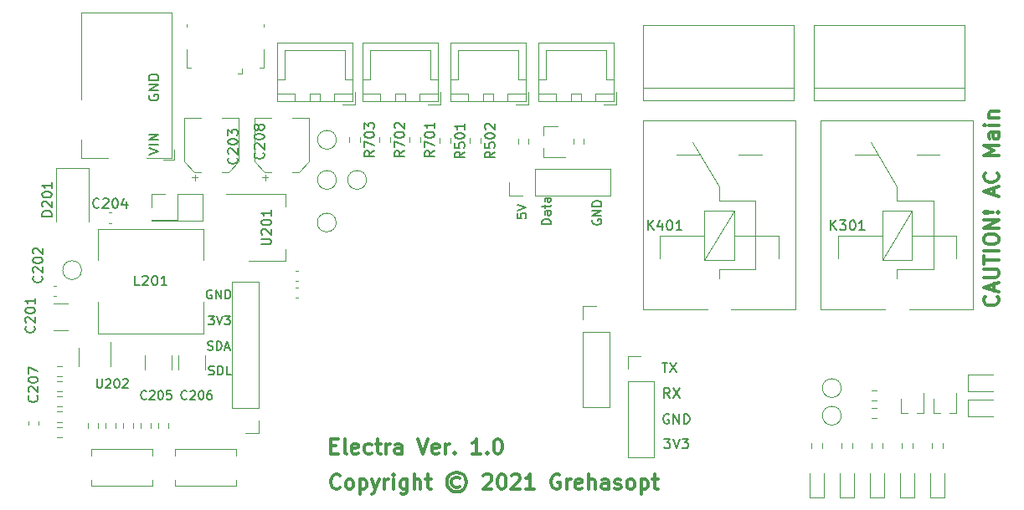
<source format=gbr>
%TF.GenerationSoftware,KiCad,Pcbnew,5.1.9-73d0e3b20d~88~ubuntu18.04.1*%
%TF.CreationDate,2021-03-24T04:21:48+02:00*%
%TF.ProjectId,Electra,456c6563-7472-4612-9e6b-696361645f70,rev?*%
%TF.SameCoordinates,Original*%
%TF.FileFunction,Legend,Top*%
%TF.FilePolarity,Positive*%
%FSLAX46Y46*%
G04 Gerber Fmt 4.6, Leading zero omitted, Abs format (unit mm)*
G04 Created by KiCad (PCBNEW 5.1.9-73d0e3b20d~88~ubuntu18.04.1) date 2021-03-24 04:21:48*
%MOMM*%
%LPD*%
G01*
G04 APERTURE LIST*
%ADD10C,0.300000*%
%ADD11C,0.150000*%
%ADD12C,0.120000*%
G04 APERTURE END LIST*
D10*
X196035714Y-98158571D02*
X196107142Y-98230000D01*
X196178571Y-98444285D01*
X196178571Y-98587142D01*
X196107142Y-98801428D01*
X195964285Y-98944285D01*
X195821428Y-99015714D01*
X195535714Y-99087142D01*
X195321428Y-99087142D01*
X195035714Y-99015714D01*
X194892857Y-98944285D01*
X194750000Y-98801428D01*
X194678571Y-98587142D01*
X194678571Y-98444285D01*
X194750000Y-98230000D01*
X194821428Y-98158571D01*
X195750000Y-97587142D02*
X195750000Y-96872857D01*
X196178571Y-97730000D02*
X194678571Y-97230000D01*
X196178571Y-96730000D01*
X194678571Y-96230000D02*
X195892857Y-96230000D01*
X196035714Y-96158571D01*
X196107142Y-96087142D01*
X196178571Y-95944285D01*
X196178571Y-95658571D01*
X196107142Y-95515714D01*
X196035714Y-95444285D01*
X195892857Y-95372857D01*
X194678571Y-95372857D01*
X194678571Y-94872857D02*
X194678571Y-94015714D01*
X196178571Y-94444285D02*
X194678571Y-94444285D01*
X196178571Y-93515714D02*
X194678571Y-93515714D01*
X194678571Y-92515714D02*
X194678571Y-92230000D01*
X194750000Y-92087142D01*
X194892857Y-91944285D01*
X195178571Y-91872857D01*
X195678571Y-91872857D01*
X195964285Y-91944285D01*
X196107142Y-92087142D01*
X196178571Y-92230000D01*
X196178571Y-92515714D01*
X196107142Y-92658571D01*
X195964285Y-92801428D01*
X195678571Y-92872857D01*
X195178571Y-92872857D01*
X194892857Y-92801428D01*
X194750000Y-92658571D01*
X194678571Y-92515714D01*
X196178571Y-91230000D02*
X194678571Y-91230000D01*
X196178571Y-90372857D01*
X194678571Y-90372857D01*
X196035714Y-89658571D02*
X196107142Y-89587142D01*
X196178571Y-89658571D01*
X196107142Y-89730000D01*
X196035714Y-89658571D01*
X196178571Y-89658571D01*
X195607142Y-89658571D02*
X194750000Y-89730000D01*
X194678571Y-89658571D01*
X194750000Y-89587142D01*
X195607142Y-89658571D01*
X194678571Y-89658571D01*
X195750000Y-87872857D02*
X195750000Y-87158571D01*
X196178571Y-88015714D02*
X194678571Y-87515714D01*
X196178571Y-87015714D01*
X196035714Y-85658571D02*
X196107142Y-85730000D01*
X196178571Y-85944285D01*
X196178571Y-86087142D01*
X196107142Y-86301428D01*
X195964285Y-86444285D01*
X195821428Y-86515714D01*
X195535714Y-86587142D01*
X195321428Y-86587142D01*
X195035714Y-86515714D01*
X194892857Y-86444285D01*
X194750000Y-86301428D01*
X194678571Y-86087142D01*
X194678571Y-85944285D01*
X194750000Y-85730000D01*
X194821428Y-85658571D01*
X196178571Y-83872857D02*
X194678571Y-83872857D01*
X195750000Y-83372857D01*
X194678571Y-82872857D01*
X196178571Y-82872857D01*
X196178571Y-81515714D02*
X195392857Y-81515714D01*
X195250000Y-81587142D01*
X195178571Y-81730000D01*
X195178571Y-82015714D01*
X195250000Y-82158571D01*
X196107142Y-81515714D02*
X196178571Y-81658571D01*
X196178571Y-82015714D01*
X196107142Y-82158571D01*
X195964285Y-82230000D01*
X195821428Y-82230000D01*
X195678571Y-82158571D01*
X195607142Y-82015714D01*
X195607142Y-81658571D01*
X195535714Y-81515714D01*
X196178571Y-80801428D02*
X195178571Y-80801428D01*
X194678571Y-80801428D02*
X194750000Y-80872857D01*
X194821428Y-80801428D01*
X194750000Y-80730000D01*
X194678571Y-80801428D01*
X194821428Y-80801428D01*
X195178571Y-80087142D02*
X196178571Y-80087142D01*
X195321428Y-80087142D02*
X195250000Y-80015714D01*
X195178571Y-79872857D01*
X195178571Y-79658571D01*
X195250000Y-79515714D01*
X195392857Y-79444285D01*
X196178571Y-79444285D01*
D11*
X110252380Y-83795238D02*
X111252380Y-83461904D01*
X110252380Y-83128571D01*
X111252380Y-82795238D02*
X110252380Y-82795238D01*
X111252380Y-82319047D02*
X110252380Y-82319047D01*
X111252380Y-81747619D01*
X110252380Y-81747619D01*
X110300000Y-77761904D02*
X110252380Y-77857142D01*
X110252380Y-78000000D01*
X110300000Y-78142857D01*
X110395238Y-78238095D01*
X110490476Y-78285714D01*
X110680952Y-78333333D01*
X110823809Y-78333333D01*
X111014285Y-78285714D01*
X111109523Y-78238095D01*
X111204761Y-78142857D01*
X111252380Y-78000000D01*
X111252380Y-77904761D01*
X111204761Y-77761904D01*
X111157142Y-77714285D01*
X110823809Y-77714285D01*
X110823809Y-77904761D01*
X111252380Y-77285714D02*
X110252380Y-77285714D01*
X111252380Y-76714285D01*
X110252380Y-76714285D01*
X111252380Y-76238095D02*
X110252380Y-76238095D01*
X110252380Y-76000000D01*
X110300000Y-75857142D01*
X110395238Y-75761904D01*
X110490476Y-75714285D01*
X110680952Y-75666666D01*
X110823809Y-75666666D01*
X111014285Y-75714285D01*
X111109523Y-75761904D01*
X111204761Y-75857142D01*
X111252380Y-76000000D01*
X111252380Y-76238095D01*
X150907142Y-90807142D02*
X150007142Y-90807142D01*
X150007142Y-90592857D01*
X150050000Y-90464285D01*
X150135714Y-90378571D01*
X150221428Y-90335714D01*
X150392857Y-90292857D01*
X150521428Y-90292857D01*
X150692857Y-90335714D01*
X150778571Y-90378571D01*
X150864285Y-90464285D01*
X150907142Y-90592857D01*
X150907142Y-90807142D01*
X150907142Y-89521428D02*
X150435714Y-89521428D01*
X150350000Y-89564285D01*
X150307142Y-89650000D01*
X150307142Y-89821428D01*
X150350000Y-89907142D01*
X150864285Y-89521428D02*
X150907142Y-89607142D01*
X150907142Y-89821428D01*
X150864285Y-89907142D01*
X150778571Y-89950000D01*
X150692857Y-89950000D01*
X150607142Y-89907142D01*
X150564285Y-89821428D01*
X150564285Y-89607142D01*
X150521428Y-89521428D01*
X150307142Y-89221428D02*
X150307142Y-88878571D01*
X150007142Y-89092857D02*
X150778571Y-89092857D01*
X150864285Y-89050000D01*
X150907142Y-88964285D01*
X150907142Y-88878571D01*
X150907142Y-88192857D02*
X150435714Y-88192857D01*
X150350000Y-88235714D01*
X150307142Y-88321428D01*
X150307142Y-88492857D01*
X150350000Y-88578571D01*
X150864285Y-88192857D02*
X150907142Y-88278571D01*
X150907142Y-88492857D01*
X150864285Y-88578571D01*
X150778571Y-88621428D01*
X150692857Y-88621428D01*
X150607142Y-88578571D01*
X150564285Y-88492857D01*
X150564285Y-88278571D01*
X150521428Y-88192857D01*
X147507142Y-89771428D02*
X147507142Y-90200000D01*
X147935714Y-90242857D01*
X147892857Y-90200000D01*
X147850000Y-90114285D01*
X147850000Y-89900000D01*
X147892857Y-89814285D01*
X147935714Y-89771428D01*
X148021428Y-89728571D01*
X148235714Y-89728571D01*
X148321428Y-89771428D01*
X148364285Y-89814285D01*
X148407142Y-89900000D01*
X148407142Y-90114285D01*
X148364285Y-90200000D01*
X148321428Y-90242857D01*
X147507142Y-89471428D02*
X148407142Y-89171428D01*
X147507142Y-88871428D01*
X155150000Y-90385714D02*
X155107142Y-90471428D01*
X155107142Y-90600000D01*
X155150000Y-90728571D01*
X155235714Y-90814285D01*
X155321428Y-90857142D01*
X155492857Y-90900000D01*
X155621428Y-90900000D01*
X155792857Y-90857142D01*
X155878571Y-90814285D01*
X155964285Y-90728571D01*
X156007142Y-90600000D01*
X156007142Y-90514285D01*
X155964285Y-90385714D01*
X155921428Y-90342857D01*
X155621428Y-90342857D01*
X155621428Y-90514285D01*
X156007142Y-89957142D02*
X155107142Y-89957142D01*
X156007142Y-89442857D01*
X155107142Y-89442857D01*
X156007142Y-89014285D02*
X155107142Y-89014285D01*
X155107142Y-88800000D01*
X155150000Y-88671428D01*
X155235714Y-88585714D01*
X155321428Y-88542857D01*
X155492857Y-88500000D01*
X155621428Y-88500000D01*
X155792857Y-88542857D01*
X155878571Y-88585714D01*
X155964285Y-88671428D01*
X156007142Y-88800000D01*
X156007142Y-89014285D01*
X116328571Y-106064285D02*
X116457142Y-106107142D01*
X116671428Y-106107142D01*
X116757142Y-106064285D01*
X116800000Y-106021428D01*
X116842857Y-105935714D01*
X116842857Y-105850000D01*
X116800000Y-105764285D01*
X116757142Y-105721428D01*
X116671428Y-105678571D01*
X116500000Y-105635714D01*
X116414285Y-105592857D01*
X116371428Y-105550000D01*
X116328571Y-105464285D01*
X116328571Y-105378571D01*
X116371428Y-105292857D01*
X116414285Y-105250000D01*
X116500000Y-105207142D01*
X116714285Y-105207142D01*
X116842857Y-105250000D01*
X117228571Y-106107142D02*
X117228571Y-105207142D01*
X117442857Y-105207142D01*
X117571428Y-105250000D01*
X117657142Y-105335714D01*
X117700000Y-105421428D01*
X117742857Y-105592857D01*
X117742857Y-105721428D01*
X117700000Y-105892857D01*
X117657142Y-105978571D01*
X117571428Y-106064285D01*
X117442857Y-106107142D01*
X117228571Y-106107142D01*
X118557142Y-106107142D02*
X118128571Y-106107142D01*
X118128571Y-105207142D01*
X116207142Y-103564285D02*
X116335714Y-103607142D01*
X116550000Y-103607142D01*
X116635714Y-103564285D01*
X116678571Y-103521428D01*
X116721428Y-103435714D01*
X116721428Y-103350000D01*
X116678571Y-103264285D01*
X116635714Y-103221428D01*
X116550000Y-103178571D01*
X116378571Y-103135714D01*
X116292857Y-103092857D01*
X116250000Y-103050000D01*
X116207142Y-102964285D01*
X116207142Y-102878571D01*
X116250000Y-102792857D01*
X116292857Y-102750000D01*
X116378571Y-102707142D01*
X116592857Y-102707142D01*
X116721428Y-102750000D01*
X117107142Y-103607142D02*
X117107142Y-102707142D01*
X117321428Y-102707142D01*
X117450000Y-102750000D01*
X117535714Y-102835714D01*
X117578571Y-102921428D01*
X117621428Y-103092857D01*
X117621428Y-103221428D01*
X117578571Y-103392857D01*
X117535714Y-103478571D01*
X117450000Y-103564285D01*
X117321428Y-103607142D01*
X117107142Y-103607142D01*
X117964285Y-103350000D02*
X118392857Y-103350000D01*
X117878571Y-103607142D02*
X118178571Y-102707142D01*
X118478571Y-103607142D01*
X116285714Y-100107142D02*
X116842857Y-100107142D01*
X116542857Y-100450000D01*
X116671428Y-100450000D01*
X116757142Y-100492857D01*
X116800000Y-100535714D01*
X116842857Y-100621428D01*
X116842857Y-100835714D01*
X116800000Y-100921428D01*
X116757142Y-100964285D01*
X116671428Y-101007142D01*
X116414285Y-101007142D01*
X116328571Y-100964285D01*
X116285714Y-100921428D01*
X117100000Y-100107142D02*
X117400000Y-101007142D01*
X117700000Y-100107142D01*
X117914285Y-100107142D02*
X118471428Y-100107142D01*
X118171428Y-100450000D01*
X118300000Y-100450000D01*
X118385714Y-100492857D01*
X118428571Y-100535714D01*
X118471428Y-100621428D01*
X118471428Y-100835714D01*
X118428571Y-100921428D01*
X118385714Y-100964285D01*
X118300000Y-101007142D01*
X118042857Y-101007142D01*
X117957142Y-100964285D01*
X117914285Y-100921428D01*
X116614285Y-97550000D02*
X116528571Y-97507142D01*
X116400000Y-97507142D01*
X116271428Y-97550000D01*
X116185714Y-97635714D01*
X116142857Y-97721428D01*
X116100000Y-97892857D01*
X116100000Y-98021428D01*
X116142857Y-98192857D01*
X116185714Y-98278571D01*
X116271428Y-98364285D01*
X116400000Y-98407142D01*
X116485714Y-98407142D01*
X116614285Y-98364285D01*
X116657142Y-98321428D01*
X116657142Y-98021428D01*
X116485714Y-98021428D01*
X117042857Y-98407142D02*
X117042857Y-97507142D01*
X117557142Y-98407142D01*
X117557142Y-97507142D01*
X117985714Y-98407142D02*
X117985714Y-97507142D01*
X118200000Y-97507142D01*
X118328571Y-97550000D01*
X118414285Y-97635714D01*
X118457142Y-97721428D01*
X118500000Y-97892857D01*
X118500000Y-98021428D01*
X118457142Y-98192857D01*
X118414285Y-98278571D01*
X118328571Y-98364285D01*
X118200000Y-98407142D01*
X117985714Y-98407142D01*
X162361904Y-112552380D02*
X162980952Y-112552380D01*
X162647619Y-112933333D01*
X162790476Y-112933333D01*
X162885714Y-112980952D01*
X162933333Y-113028571D01*
X162980952Y-113123809D01*
X162980952Y-113361904D01*
X162933333Y-113457142D01*
X162885714Y-113504761D01*
X162790476Y-113552380D01*
X162504761Y-113552380D01*
X162409523Y-113504761D01*
X162361904Y-113457142D01*
X163266666Y-112552380D02*
X163600000Y-113552380D01*
X163933333Y-112552380D01*
X164171428Y-112552380D02*
X164790476Y-112552380D01*
X164457142Y-112933333D01*
X164600000Y-112933333D01*
X164695238Y-112980952D01*
X164742857Y-113028571D01*
X164790476Y-113123809D01*
X164790476Y-113361904D01*
X164742857Y-113457142D01*
X164695238Y-113504761D01*
X164600000Y-113552380D01*
X164314285Y-113552380D01*
X164219047Y-113504761D01*
X164171428Y-113457142D01*
X162838095Y-110100000D02*
X162742857Y-110052380D01*
X162600000Y-110052380D01*
X162457142Y-110100000D01*
X162361904Y-110195238D01*
X162314285Y-110290476D01*
X162266666Y-110480952D01*
X162266666Y-110623809D01*
X162314285Y-110814285D01*
X162361904Y-110909523D01*
X162457142Y-111004761D01*
X162600000Y-111052380D01*
X162695238Y-111052380D01*
X162838095Y-111004761D01*
X162885714Y-110957142D01*
X162885714Y-110623809D01*
X162695238Y-110623809D01*
X163314285Y-111052380D02*
X163314285Y-110052380D01*
X163885714Y-111052380D01*
X163885714Y-110052380D01*
X164361904Y-111052380D02*
X164361904Y-110052380D01*
X164600000Y-110052380D01*
X164742857Y-110100000D01*
X164838095Y-110195238D01*
X164885714Y-110290476D01*
X164933333Y-110480952D01*
X164933333Y-110623809D01*
X164885714Y-110814285D01*
X164838095Y-110909523D01*
X164742857Y-111004761D01*
X164600000Y-111052380D01*
X164361904Y-111052380D01*
X162933333Y-108452380D02*
X162600000Y-107976190D01*
X162361904Y-108452380D02*
X162361904Y-107452380D01*
X162742857Y-107452380D01*
X162838095Y-107500000D01*
X162885714Y-107547619D01*
X162933333Y-107642857D01*
X162933333Y-107785714D01*
X162885714Y-107880952D01*
X162838095Y-107928571D01*
X162742857Y-107976190D01*
X162361904Y-107976190D01*
X163266666Y-107452380D02*
X163933333Y-108452380D01*
X163933333Y-107452380D02*
X163266666Y-108452380D01*
X162138095Y-104852380D02*
X162709523Y-104852380D01*
X162423809Y-105852380D02*
X162423809Y-104852380D01*
X162947619Y-104852380D02*
X163614285Y-105852380D01*
X163614285Y-104852380D02*
X162947619Y-105852380D01*
D10*
X129592857Y-117535714D02*
X129521428Y-117607142D01*
X129307142Y-117678571D01*
X129164285Y-117678571D01*
X128949999Y-117607142D01*
X128807142Y-117464285D01*
X128735714Y-117321428D01*
X128664285Y-117035714D01*
X128664285Y-116821428D01*
X128735714Y-116535714D01*
X128807142Y-116392857D01*
X128949999Y-116250000D01*
X129164285Y-116178571D01*
X129307142Y-116178571D01*
X129521428Y-116250000D01*
X129592857Y-116321428D01*
X130449999Y-117678571D02*
X130307142Y-117607142D01*
X130235714Y-117535714D01*
X130164285Y-117392857D01*
X130164285Y-116964285D01*
X130235714Y-116821428D01*
X130307142Y-116750000D01*
X130449999Y-116678571D01*
X130664285Y-116678571D01*
X130807142Y-116750000D01*
X130878571Y-116821428D01*
X130949999Y-116964285D01*
X130949999Y-117392857D01*
X130878571Y-117535714D01*
X130807142Y-117607142D01*
X130664285Y-117678571D01*
X130449999Y-117678571D01*
X131592857Y-116678571D02*
X131592857Y-118178571D01*
X131592857Y-116750000D02*
X131735714Y-116678571D01*
X132021428Y-116678571D01*
X132164285Y-116750000D01*
X132235714Y-116821428D01*
X132307142Y-116964285D01*
X132307142Y-117392857D01*
X132235714Y-117535714D01*
X132164285Y-117607142D01*
X132021428Y-117678571D01*
X131735714Y-117678571D01*
X131592857Y-117607142D01*
X132807142Y-116678571D02*
X133164285Y-117678571D01*
X133521428Y-116678571D02*
X133164285Y-117678571D01*
X133021428Y-118035714D01*
X132949999Y-118107142D01*
X132807142Y-118178571D01*
X134092857Y-117678571D02*
X134092857Y-116678571D01*
X134092857Y-116964285D02*
X134164285Y-116821428D01*
X134235714Y-116750000D01*
X134378571Y-116678571D01*
X134521428Y-116678571D01*
X135021428Y-117678571D02*
X135021428Y-116678571D01*
X135021428Y-116178571D02*
X134950000Y-116250000D01*
X135021428Y-116321428D01*
X135092857Y-116250000D01*
X135021428Y-116178571D01*
X135021428Y-116321428D01*
X136378571Y-116678571D02*
X136378571Y-117892857D01*
X136307142Y-118035714D01*
X136235714Y-118107142D01*
X136092857Y-118178571D01*
X135878571Y-118178571D01*
X135735714Y-118107142D01*
X136378571Y-117607142D02*
X136235714Y-117678571D01*
X135950000Y-117678571D01*
X135807142Y-117607142D01*
X135735714Y-117535714D01*
X135664285Y-117392857D01*
X135664285Y-116964285D01*
X135735714Y-116821428D01*
X135807142Y-116750000D01*
X135950000Y-116678571D01*
X136235714Y-116678571D01*
X136378571Y-116750000D01*
X137092857Y-117678571D02*
X137092857Y-116178571D01*
X137735714Y-117678571D02*
X137735714Y-116892857D01*
X137664285Y-116750000D01*
X137521428Y-116678571D01*
X137307142Y-116678571D01*
X137164285Y-116750000D01*
X137092857Y-116821428D01*
X138235714Y-116678571D02*
X138807142Y-116678571D01*
X138450000Y-116178571D02*
X138450000Y-117464285D01*
X138521428Y-117607142D01*
X138664285Y-117678571D01*
X138807142Y-117678571D01*
X141664285Y-116535714D02*
X141521428Y-116464285D01*
X141235714Y-116464285D01*
X141092857Y-116535714D01*
X140950000Y-116678571D01*
X140878571Y-116821428D01*
X140878571Y-117107142D01*
X140950000Y-117250000D01*
X141092857Y-117392857D01*
X141235714Y-117464285D01*
X141521428Y-117464285D01*
X141664285Y-117392857D01*
X141378571Y-115964285D02*
X141021428Y-116035714D01*
X140664285Y-116250000D01*
X140450000Y-116607142D01*
X140378571Y-116964285D01*
X140450000Y-117321428D01*
X140664285Y-117678571D01*
X141021428Y-117892857D01*
X141378571Y-117964285D01*
X141735714Y-117892857D01*
X142092857Y-117678571D01*
X142307142Y-117321428D01*
X142378571Y-116964285D01*
X142307142Y-116607142D01*
X142092857Y-116250000D01*
X141735714Y-116035714D01*
X141378571Y-115964285D01*
X144092857Y-116321428D02*
X144164285Y-116250000D01*
X144307142Y-116178571D01*
X144664285Y-116178571D01*
X144807142Y-116250000D01*
X144878571Y-116321428D01*
X144950000Y-116464285D01*
X144950000Y-116607142D01*
X144878571Y-116821428D01*
X144021428Y-117678571D01*
X144950000Y-117678571D01*
X145878571Y-116178571D02*
X146021428Y-116178571D01*
X146164285Y-116250000D01*
X146235714Y-116321428D01*
X146307142Y-116464285D01*
X146378571Y-116750000D01*
X146378571Y-117107142D01*
X146307142Y-117392857D01*
X146235714Y-117535714D01*
X146164285Y-117607142D01*
X146021428Y-117678571D01*
X145878571Y-117678571D01*
X145735714Y-117607142D01*
X145664285Y-117535714D01*
X145592857Y-117392857D01*
X145521428Y-117107142D01*
X145521428Y-116750000D01*
X145592857Y-116464285D01*
X145664285Y-116321428D01*
X145735714Y-116250000D01*
X145878571Y-116178571D01*
X146950000Y-116321428D02*
X147021428Y-116250000D01*
X147164285Y-116178571D01*
X147521428Y-116178571D01*
X147664285Y-116250000D01*
X147735714Y-116321428D01*
X147807142Y-116464285D01*
X147807142Y-116607142D01*
X147735714Y-116821428D01*
X146878571Y-117678571D01*
X147807142Y-117678571D01*
X149235714Y-117678571D02*
X148378571Y-117678571D01*
X148807142Y-117678571D02*
X148807142Y-116178571D01*
X148664285Y-116392857D01*
X148521428Y-116535714D01*
X148378571Y-116607142D01*
X151807142Y-116250000D02*
X151664285Y-116178571D01*
X151450000Y-116178571D01*
X151235714Y-116250000D01*
X151092857Y-116392857D01*
X151021428Y-116535714D01*
X150950000Y-116821428D01*
X150950000Y-117035714D01*
X151021428Y-117321428D01*
X151092857Y-117464285D01*
X151235714Y-117607142D01*
X151450000Y-117678571D01*
X151592857Y-117678571D01*
X151807142Y-117607142D01*
X151878571Y-117535714D01*
X151878571Y-117035714D01*
X151592857Y-117035714D01*
X152521428Y-117678571D02*
X152521428Y-116678571D01*
X152521428Y-116964285D02*
X152592857Y-116821428D01*
X152664285Y-116750000D01*
X152807142Y-116678571D01*
X152950000Y-116678571D01*
X154021428Y-117607142D02*
X153878571Y-117678571D01*
X153592857Y-117678571D01*
X153450000Y-117607142D01*
X153378571Y-117464285D01*
X153378571Y-116892857D01*
X153450000Y-116750000D01*
X153592857Y-116678571D01*
X153878571Y-116678571D01*
X154021428Y-116750000D01*
X154092857Y-116892857D01*
X154092857Y-117035714D01*
X153378571Y-117178571D01*
X154735714Y-117678571D02*
X154735714Y-116178571D01*
X155378571Y-117678571D02*
X155378571Y-116892857D01*
X155307142Y-116750000D01*
X155164285Y-116678571D01*
X154950000Y-116678571D01*
X154807142Y-116750000D01*
X154735714Y-116821428D01*
X156735714Y-117678571D02*
X156735714Y-116892857D01*
X156664285Y-116750000D01*
X156521428Y-116678571D01*
X156235714Y-116678571D01*
X156092857Y-116750000D01*
X156735714Y-117607142D02*
X156592857Y-117678571D01*
X156235714Y-117678571D01*
X156092857Y-117607142D01*
X156021428Y-117464285D01*
X156021428Y-117321428D01*
X156092857Y-117178571D01*
X156235714Y-117107142D01*
X156592857Y-117107142D01*
X156735714Y-117035714D01*
X157378571Y-117607142D02*
X157521428Y-117678571D01*
X157807142Y-117678571D01*
X157950000Y-117607142D01*
X158021428Y-117464285D01*
X158021428Y-117392857D01*
X157950000Y-117250000D01*
X157807142Y-117178571D01*
X157592857Y-117178571D01*
X157450000Y-117107142D01*
X157378571Y-116964285D01*
X157378571Y-116892857D01*
X157450000Y-116750000D01*
X157592857Y-116678571D01*
X157807142Y-116678571D01*
X157950000Y-116750000D01*
X158878571Y-117678571D02*
X158735714Y-117607142D01*
X158664285Y-117535714D01*
X158592857Y-117392857D01*
X158592857Y-116964285D01*
X158664285Y-116821428D01*
X158735714Y-116750000D01*
X158878571Y-116678571D01*
X159092857Y-116678571D01*
X159235714Y-116750000D01*
X159307142Y-116821428D01*
X159378571Y-116964285D01*
X159378571Y-117392857D01*
X159307142Y-117535714D01*
X159235714Y-117607142D01*
X159092857Y-117678571D01*
X158878571Y-117678571D01*
X160021428Y-116678571D02*
X160021428Y-118178571D01*
X160021428Y-116750000D02*
X160164285Y-116678571D01*
X160450000Y-116678571D01*
X160592857Y-116750000D01*
X160664285Y-116821428D01*
X160735714Y-116964285D01*
X160735714Y-117392857D01*
X160664285Y-117535714D01*
X160592857Y-117607142D01*
X160450000Y-117678571D01*
X160164285Y-117678571D01*
X160021428Y-117607142D01*
X161164285Y-116678571D02*
X161735714Y-116678571D01*
X161378571Y-116178571D02*
X161378571Y-117464285D01*
X161450000Y-117607142D01*
X161592857Y-117678571D01*
X161735714Y-117678571D01*
X128692857Y-113292857D02*
X129192857Y-113292857D01*
X129407142Y-114078571D02*
X128692857Y-114078571D01*
X128692857Y-112578571D01*
X129407142Y-112578571D01*
X130264285Y-114078571D02*
X130121428Y-114007142D01*
X130050000Y-113864285D01*
X130050000Y-112578571D01*
X131407142Y-114007142D02*
X131264285Y-114078571D01*
X130978571Y-114078571D01*
X130835714Y-114007142D01*
X130764285Y-113864285D01*
X130764285Y-113292857D01*
X130835714Y-113150000D01*
X130978571Y-113078571D01*
X131264285Y-113078571D01*
X131407142Y-113150000D01*
X131478571Y-113292857D01*
X131478571Y-113435714D01*
X130764285Y-113578571D01*
X132764285Y-114007142D02*
X132621428Y-114078571D01*
X132335714Y-114078571D01*
X132192857Y-114007142D01*
X132121428Y-113935714D01*
X132050000Y-113792857D01*
X132050000Y-113364285D01*
X132121428Y-113221428D01*
X132192857Y-113150000D01*
X132335714Y-113078571D01*
X132621428Y-113078571D01*
X132764285Y-113150000D01*
X133192857Y-113078571D02*
X133764285Y-113078571D01*
X133407142Y-112578571D02*
X133407142Y-113864285D01*
X133478571Y-114007142D01*
X133621428Y-114078571D01*
X133764285Y-114078571D01*
X134264285Y-114078571D02*
X134264285Y-113078571D01*
X134264285Y-113364285D02*
X134335714Y-113221428D01*
X134407142Y-113150000D01*
X134550000Y-113078571D01*
X134692857Y-113078571D01*
X135835714Y-114078571D02*
X135835714Y-113292857D01*
X135764285Y-113150000D01*
X135621428Y-113078571D01*
X135335714Y-113078571D01*
X135192857Y-113150000D01*
X135835714Y-114007142D02*
X135692857Y-114078571D01*
X135335714Y-114078571D01*
X135192857Y-114007142D01*
X135121428Y-113864285D01*
X135121428Y-113721428D01*
X135192857Y-113578571D01*
X135335714Y-113507142D01*
X135692857Y-113507142D01*
X135835714Y-113435714D01*
X137478571Y-112578571D02*
X137978571Y-114078571D01*
X138478571Y-112578571D01*
X139550000Y-114007142D02*
X139407142Y-114078571D01*
X139121428Y-114078571D01*
X138978571Y-114007142D01*
X138907142Y-113864285D01*
X138907142Y-113292857D01*
X138978571Y-113150000D01*
X139121428Y-113078571D01*
X139407142Y-113078571D01*
X139550000Y-113150000D01*
X139621428Y-113292857D01*
X139621428Y-113435714D01*
X138907142Y-113578571D01*
X140264285Y-114078571D02*
X140264285Y-113078571D01*
X140264285Y-113364285D02*
X140335714Y-113221428D01*
X140407142Y-113150000D01*
X140550000Y-113078571D01*
X140692857Y-113078571D01*
X141192857Y-113935714D02*
X141264285Y-114007142D01*
X141192857Y-114078571D01*
X141121428Y-114007142D01*
X141192857Y-113935714D01*
X141192857Y-114078571D01*
X143835714Y-114078571D02*
X142978571Y-114078571D01*
X143407142Y-114078571D02*
X143407142Y-112578571D01*
X143264285Y-112792857D01*
X143121428Y-112935714D01*
X142978571Y-113007142D01*
X144478571Y-113935714D02*
X144550000Y-114007142D01*
X144478571Y-114078571D01*
X144407142Y-114007142D01*
X144478571Y-113935714D01*
X144478571Y-114078571D01*
X145478571Y-112578571D02*
X145621428Y-112578571D01*
X145764285Y-112650000D01*
X145835714Y-112721428D01*
X145907142Y-112864285D01*
X145978571Y-113150000D01*
X145978571Y-113507142D01*
X145907142Y-113792857D01*
X145835714Y-113935714D01*
X145764285Y-114007142D01*
X145621428Y-114078571D01*
X145478571Y-114078571D01*
X145335714Y-114007142D01*
X145264285Y-113935714D01*
X145192857Y-113792857D01*
X145121428Y-113507142D01*
X145121428Y-113150000D01*
X145192857Y-112864285D01*
X145264285Y-112721428D01*
X145335714Y-112650000D01*
X145478571Y-112578571D01*
D12*
%TO.C,R206*%
X100945276Y-111377500D02*
X101454724Y-111377500D01*
X100945276Y-112422500D02*
X101454724Y-112422500D01*
%TO.C,R205*%
X100945276Y-109827500D02*
X101454724Y-109827500D01*
X100945276Y-110872500D02*
X101454724Y-110872500D01*
%TO.C,R204*%
X101454724Y-109322500D02*
X100945276Y-109322500D01*
X101454724Y-108277500D02*
X100945276Y-108277500D01*
%TO.C,R202*%
X101454724Y-107772500D02*
X100945276Y-107772500D01*
X101454724Y-106727500D02*
X100945276Y-106727500D01*
%TO.C,R201*%
X100982776Y-105227500D02*
X101492224Y-105227500D01*
X100982776Y-106272500D02*
X101492224Y-106272500D01*
%TO.C,K301*%
X187120000Y-99500000D02*
X193620000Y-99500000D01*
X178220000Y-99500000D02*
X184720000Y-99500000D01*
X178220000Y-99500000D02*
X178220000Y-80300000D01*
X178220000Y-80300000D02*
X193620000Y-80300000D01*
X193620000Y-80300000D02*
X193620000Y-99500000D01*
X190220000Y-83800000D02*
X187920000Y-83800000D01*
X181620000Y-83800000D02*
X183920000Y-83800000D01*
X191920000Y-94300000D02*
X191920000Y-92000000D01*
X185920000Y-95400000D02*
X185920000Y-96300000D01*
X179920000Y-92000000D02*
X179920000Y-94300000D01*
X185920000Y-88500000D02*
X185920000Y-87000000D01*
X185920000Y-87000000D02*
X183220000Y-82500000D01*
X189620000Y-88500000D02*
X189620000Y-95400000D01*
X185920000Y-88500000D02*
X189620000Y-88500000D01*
X185920000Y-95400000D02*
X189620000Y-95400000D01*
X179920000Y-92000000D02*
X184420000Y-92000000D01*
X187420000Y-92000000D02*
X191920000Y-92000000D01*
X187420000Y-89500000D02*
X184420000Y-94500000D01*
X187420000Y-94500000D02*
X184420000Y-94500000D01*
X184420000Y-94500000D02*
X184420000Y-89500000D01*
X184420000Y-89500000D02*
X187420000Y-89500000D01*
X187420000Y-89500000D02*
X187420000Y-94500000D01*
%TO.C,J801*%
X146670000Y-87930000D02*
X146670000Y-86600000D01*
X148000000Y-87930000D02*
X146670000Y-87930000D01*
X149270000Y-87930000D02*
X149270000Y-85270000D01*
X149270000Y-85270000D02*
X156950000Y-85270000D01*
X149270000Y-87930000D02*
X156950000Y-87930000D01*
X156950000Y-87930000D02*
X156950000Y-85270000D01*
%TO.C,K401*%
X169420000Y-89500000D02*
X169420000Y-94500000D01*
X166420000Y-89500000D02*
X169420000Y-89500000D01*
X166420000Y-94500000D02*
X166420000Y-89500000D01*
X169420000Y-94500000D02*
X166420000Y-94500000D01*
X169420000Y-89500000D02*
X166420000Y-94500000D01*
X169420000Y-92000000D02*
X173920000Y-92000000D01*
X161920000Y-92000000D02*
X166420000Y-92000000D01*
X167920000Y-95400000D02*
X171620000Y-95400000D01*
X167920000Y-88500000D02*
X171620000Y-88500000D01*
X171620000Y-88500000D02*
X171620000Y-95400000D01*
X167920000Y-87000000D02*
X165220000Y-82500000D01*
X167920000Y-88500000D02*
X167920000Y-87000000D01*
X161920000Y-92000000D02*
X161920000Y-94300000D01*
X167920000Y-95400000D02*
X167920000Y-96300000D01*
X173920000Y-94300000D02*
X173920000Y-92000000D01*
X163620000Y-83800000D02*
X165920000Y-83800000D01*
X172220000Y-83800000D02*
X169920000Y-83800000D01*
X175620000Y-80300000D02*
X175620000Y-99500000D01*
X160220000Y-80300000D02*
X175620000Y-80300000D01*
X160220000Y-99500000D02*
X160220000Y-80300000D01*
X160220000Y-99500000D02*
X166720000Y-99500000D01*
X169120000Y-99500000D02*
X175620000Y-99500000D01*
%TO.C,REF\u002A\u002A*%
X154170000Y-99130000D02*
X155500000Y-99130000D01*
X154170000Y-100460000D02*
X154170000Y-99130000D01*
X154170000Y-101730000D02*
X156830000Y-101730000D01*
X156830000Y-101730000D02*
X156830000Y-109410000D01*
X154170000Y-101730000D02*
X154170000Y-109410000D01*
X154170000Y-109410000D02*
X156830000Y-109410000D01*
%TO.C,J501*%
X157246000Y-78406000D02*
X157246000Y-72436000D01*
X157246000Y-72436000D02*
X149626000Y-72436000D01*
X149626000Y-72436000D02*
X149626000Y-78406000D01*
X149626000Y-78406000D02*
X157246000Y-78406000D01*
X153936000Y-78396000D02*
X153936000Y-77646000D01*
X153936000Y-77646000D02*
X152936000Y-77646000D01*
X152936000Y-77646000D02*
X152936000Y-78396000D01*
X152936000Y-78396000D02*
X153936000Y-78396000D01*
X157236000Y-78396000D02*
X157236000Y-77646000D01*
X157236000Y-77646000D02*
X155436000Y-77646000D01*
X155436000Y-77646000D02*
X155436000Y-78396000D01*
X155436000Y-78396000D02*
X157236000Y-78396000D01*
X151436000Y-78396000D02*
X151436000Y-77646000D01*
X151436000Y-77646000D02*
X149636000Y-77646000D01*
X149636000Y-77646000D02*
X149636000Y-78396000D01*
X149636000Y-78396000D02*
X151436000Y-78396000D01*
X157236000Y-76146000D02*
X156486000Y-76146000D01*
X156486000Y-76146000D02*
X156486000Y-73196000D01*
X156486000Y-73196000D02*
X153436000Y-73196000D01*
X149636000Y-76146000D02*
X150386000Y-76146000D01*
X150386000Y-76146000D02*
X150386000Y-73196000D01*
X150386000Y-73196000D02*
X153436000Y-73196000D01*
X156286000Y-78696000D02*
X157536000Y-78696000D01*
X157536000Y-78696000D02*
X157536000Y-77446000D01*
%TO.C,R203*%
X177277500Y-113538724D02*
X177277500Y-113029276D01*
X178322500Y-113538724D02*
X178322500Y-113029276D01*
%TO.C,C203*%
X119346000Y-80044000D02*
X117646000Y-80044000D01*
X113826000Y-80044000D02*
X115526000Y-80044000D01*
X113826000Y-84499563D02*
X113826000Y-80044000D01*
X119346000Y-84499563D02*
X119346000Y-80044000D01*
X118281563Y-85564000D02*
X117646000Y-85564000D01*
X114890437Y-85564000D02*
X115526000Y-85564000D01*
X114890437Y-85564000D02*
X113826000Y-84499563D01*
X118281563Y-85564000D02*
X119346000Y-84499563D01*
X114901000Y-86429000D02*
X114901000Y-85804000D01*
X114588500Y-86116500D02*
X115213500Y-86116500D01*
%TO.C,L201*%
X115750000Y-91300000D02*
X115750000Y-94500000D01*
X105150000Y-91300000D02*
X115750000Y-91300000D01*
X105150000Y-94500000D02*
X105150000Y-91300000D01*
X105150000Y-101900000D02*
X105150000Y-98700000D01*
X115750000Y-101900000D02*
X105150000Y-101900000D01*
X115750000Y-98700000D02*
X115750000Y-101900000D01*
%TO.C,J401*%
X160220000Y-78320000D02*
X160220000Y-70700000D01*
X175460000Y-78320000D02*
X175460000Y-70700000D01*
X160220000Y-77050000D02*
X175460000Y-77050000D01*
X160220000Y-70700000D02*
X175460000Y-70700000D01*
X160220000Y-78320000D02*
X175460000Y-78320000D01*
%TO.C,C201*%
X102048752Y-101560000D02*
X100626248Y-101560000D01*
X102048752Y-98840000D02*
X100626248Y-98840000D01*
%TO.C,C202*%
X100883767Y-98110000D02*
X100591233Y-98110000D01*
X100883767Y-97090000D02*
X100591233Y-97090000D01*
%TO.C,C204*%
X106203733Y-90710000D02*
X106496267Y-90710000D01*
X106203733Y-89690000D02*
X106496267Y-89690000D01*
%TO.C,C205*%
X112560000Y-105523752D02*
X112560000Y-104101248D01*
X109840000Y-105523752D02*
X109840000Y-104101248D01*
%TO.C,C206*%
X113240000Y-105523752D02*
X113240000Y-104101248D01*
X115960000Y-105523752D02*
X115960000Y-104101248D01*
%TO.C,C207*%
X99110000Y-111146267D02*
X99110000Y-110853733D01*
X98090000Y-111146267D02*
X98090000Y-110853733D01*
%TO.C,C208*%
X121700500Y-86116500D02*
X122325500Y-86116500D01*
X122013000Y-86429000D02*
X122013000Y-85804000D01*
X125393563Y-85564000D02*
X126458000Y-84499563D01*
X122002437Y-85564000D02*
X120938000Y-84499563D01*
X122002437Y-85564000D02*
X122638000Y-85564000D01*
X125393563Y-85564000D02*
X124758000Y-85564000D01*
X126458000Y-84499563D02*
X126458000Y-80044000D01*
X120938000Y-84499563D02*
X120938000Y-80044000D01*
X120938000Y-80044000D02*
X122638000Y-80044000D01*
X126458000Y-80044000D02*
X124758000Y-80044000D01*
%TO.C,C601*%
X125346267Y-95590000D02*
X125053733Y-95590000D01*
X125346267Y-96610000D02*
X125053733Y-96610000D01*
%TO.C,C602*%
X125346267Y-98310000D02*
X125053733Y-98310000D01*
X125346267Y-97290000D02*
X125053733Y-97290000D01*
%TO.C,D201*%
X104150000Y-85200000D02*
X104150000Y-90600000D01*
X100850000Y-85200000D02*
X100850000Y-90600000D01*
X104150000Y-85200000D02*
X100850000Y-85200000D01*
%TO.C,D202*%
X178535000Y-118500000D02*
X178535000Y-116040000D01*
X177065000Y-118500000D02*
X178535000Y-118500000D01*
X177065000Y-116040000D02*
X177065000Y-118500000D01*
%TO.C,D301*%
X189257000Y-116040000D02*
X189257000Y-118500000D01*
X189257000Y-118500000D02*
X190727000Y-118500000D01*
X190727000Y-118500000D02*
X190727000Y-116040000D01*
%TO.C,D302*%
X193064000Y-106084000D02*
X193064000Y-107784000D01*
X193064000Y-107784000D02*
X195614000Y-107784000D01*
X193064000Y-106084000D02*
X195614000Y-106084000D01*
%TO.C,D401*%
X187679000Y-118500000D02*
X187679000Y-116040000D01*
X186209000Y-118500000D02*
X187679000Y-118500000D01*
X186209000Y-116040000D02*
X186209000Y-118500000D01*
%TO.C,D402*%
X193064000Y-108624000D02*
X195614000Y-108624000D01*
X193064000Y-110324000D02*
X195614000Y-110324000D01*
X193064000Y-108624000D02*
X193064000Y-110324000D01*
%TO.C,D601*%
X181583000Y-118500000D02*
X181583000Y-116040000D01*
X180113000Y-118500000D02*
X181583000Y-118500000D01*
X180113000Y-116040000D02*
X180113000Y-118500000D01*
%TO.C,D602*%
X183161000Y-116040000D02*
X183161000Y-118500000D01*
X183161000Y-118500000D02*
X184631000Y-118500000D01*
X184631000Y-118500000D02*
X184631000Y-116040000D01*
%TO.C,J101*%
X121330000Y-112030000D02*
X120000000Y-112030000D01*
X121330000Y-110700000D02*
X121330000Y-112030000D01*
X121330000Y-109430000D02*
X118670000Y-109430000D01*
X118670000Y-109430000D02*
X118670000Y-96670000D01*
X121330000Y-109430000D02*
X121330000Y-96670000D01*
X121330000Y-96670000D02*
X118670000Y-96670000D01*
%TO.C,J102*%
X158670000Y-114450000D02*
X161330000Y-114450000D01*
X158670000Y-106770000D02*
X158670000Y-114450000D01*
X161330000Y-106770000D02*
X161330000Y-114450000D01*
X158670000Y-106770000D02*
X161330000Y-106770000D01*
X158670000Y-105500000D02*
X158670000Y-104170000D01*
X158670000Y-104170000D02*
X160000000Y-104170000D01*
%TO.C,J201*%
X112600000Y-84150000D02*
X110000000Y-84150000D01*
X112600000Y-69450000D02*
X112600000Y-84150000D01*
X103400000Y-84150000D02*
X103400000Y-82250000D01*
X106100000Y-84150000D02*
X103400000Y-84150000D01*
X103400000Y-69450000D02*
X112600000Y-69450000D01*
X103400000Y-78250000D02*
X103400000Y-69450000D01*
X112800000Y-83300000D02*
X112800000Y-84350000D01*
X111750000Y-84350000D02*
X112800000Y-84350000D01*
%TO.C,J202*%
X119700000Y-75562500D02*
X119700000Y-75112500D01*
X119700000Y-75562500D02*
X119250000Y-75562500D01*
X114100000Y-75012500D02*
X114550000Y-75012500D01*
X114100000Y-73162500D02*
X114100000Y-75012500D01*
X121900000Y-70612500D02*
X121900000Y-70862500D01*
X114100000Y-70612500D02*
X114100000Y-70862500D01*
X121900000Y-73162500D02*
X121900000Y-75012500D01*
X121900000Y-75012500D02*
X121450000Y-75012500D01*
%TO.C,J203*%
X110520000Y-87820000D02*
X111850000Y-87820000D01*
X110520000Y-89150000D02*
X110520000Y-87820000D01*
X113120000Y-87820000D02*
X115720000Y-87820000D01*
X113120000Y-90420000D02*
X113120000Y-87820000D01*
X110520000Y-90420000D02*
X113120000Y-90420000D01*
X115720000Y-87820000D02*
X115720000Y-90480000D01*
X110520000Y-90420000D02*
X110520000Y-90480000D01*
X110520000Y-90480000D02*
X115720000Y-90480000D01*
%TO.C,J301*%
X177470000Y-78320000D02*
X192710000Y-78320000D01*
X177470000Y-70700000D02*
X192710000Y-70700000D01*
X177470000Y-77050000D02*
X192710000Y-77050000D01*
X192710000Y-78320000D02*
X192710000Y-70700000D01*
X177470000Y-78320000D02*
X177470000Y-70700000D01*
%TO.C,J502*%
X148646000Y-78696000D02*
X148646000Y-77446000D01*
X147396000Y-78696000D02*
X148646000Y-78696000D01*
X141496000Y-73196000D02*
X144546000Y-73196000D01*
X141496000Y-76146000D02*
X141496000Y-73196000D01*
X140746000Y-76146000D02*
X141496000Y-76146000D01*
X147596000Y-73196000D02*
X144546000Y-73196000D01*
X147596000Y-76146000D02*
X147596000Y-73196000D01*
X148346000Y-76146000D02*
X147596000Y-76146000D01*
X140746000Y-78396000D02*
X142546000Y-78396000D01*
X140746000Y-77646000D02*
X140746000Y-78396000D01*
X142546000Y-77646000D02*
X140746000Y-77646000D01*
X142546000Y-78396000D02*
X142546000Y-77646000D01*
X146546000Y-78396000D02*
X148346000Y-78396000D01*
X146546000Y-77646000D02*
X146546000Y-78396000D01*
X148346000Y-77646000D02*
X146546000Y-77646000D01*
X148346000Y-78396000D02*
X148346000Y-77646000D01*
X144046000Y-78396000D02*
X145046000Y-78396000D01*
X144046000Y-77646000D02*
X144046000Y-78396000D01*
X145046000Y-77646000D02*
X144046000Y-77646000D01*
X145046000Y-78396000D02*
X145046000Y-77646000D01*
X140736000Y-78406000D02*
X148356000Y-78406000D01*
X140736000Y-72436000D02*
X140736000Y-78406000D01*
X148356000Y-72436000D02*
X140736000Y-72436000D01*
X148356000Y-78406000D02*
X148356000Y-72436000D01*
%TO.C,J701*%
X139756000Y-78696000D02*
X139756000Y-77446000D01*
X138506000Y-78696000D02*
X139756000Y-78696000D01*
X132606000Y-73196000D02*
X135656000Y-73196000D01*
X132606000Y-76146000D02*
X132606000Y-73196000D01*
X131856000Y-76146000D02*
X132606000Y-76146000D01*
X138706000Y-73196000D02*
X135656000Y-73196000D01*
X138706000Y-76146000D02*
X138706000Y-73196000D01*
X139456000Y-76146000D02*
X138706000Y-76146000D01*
X131856000Y-78396000D02*
X133656000Y-78396000D01*
X131856000Y-77646000D02*
X131856000Y-78396000D01*
X133656000Y-77646000D02*
X131856000Y-77646000D01*
X133656000Y-78396000D02*
X133656000Y-77646000D01*
X137656000Y-78396000D02*
X139456000Y-78396000D01*
X137656000Y-77646000D02*
X137656000Y-78396000D01*
X139456000Y-77646000D02*
X137656000Y-77646000D01*
X139456000Y-78396000D02*
X139456000Y-77646000D01*
X135156000Y-78396000D02*
X136156000Y-78396000D01*
X135156000Y-77646000D02*
X135156000Y-78396000D01*
X136156000Y-77646000D02*
X135156000Y-77646000D01*
X136156000Y-78396000D02*
X136156000Y-77646000D01*
X131846000Y-78406000D02*
X139466000Y-78406000D01*
X131846000Y-72436000D02*
X131846000Y-78406000D01*
X139466000Y-72436000D02*
X131846000Y-72436000D01*
X139466000Y-78406000D02*
X139466000Y-72436000D01*
%TO.C,J702*%
X130830000Y-78406000D02*
X130830000Y-72436000D01*
X130830000Y-72436000D02*
X123210000Y-72436000D01*
X123210000Y-72436000D02*
X123210000Y-78406000D01*
X123210000Y-78406000D02*
X130830000Y-78406000D01*
X127520000Y-78396000D02*
X127520000Y-77646000D01*
X127520000Y-77646000D02*
X126520000Y-77646000D01*
X126520000Y-77646000D02*
X126520000Y-78396000D01*
X126520000Y-78396000D02*
X127520000Y-78396000D01*
X130820000Y-78396000D02*
X130820000Y-77646000D01*
X130820000Y-77646000D02*
X129020000Y-77646000D01*
X129020000Y-77646000D02*
X129020000Y-78396000D01*
X129020000Y-78396000D02*
X130820000Y-78396000D01*
X125020000Y-78396000D02*
X125020000Y-77646000D01*
X125020000Y-77646000D02*
X123220000Y-77646000D01*
X123220000Y-77646000D02*
X123220000Y-78396000D01*
X123220000Y-78396000D02*
X125020000Y-78396000D01*
X130820000Y-76146000D02*
X130070000Y-76146000D01*
X130070000Y-76146000D02*
X130070000Y-73196000D01*
X130070000Y-73196000D02*
X127020000Y-73196000D01*
X123220000Y-76146000D02*
X123970000Y-76146000D01*
X123970000Y-76146000D02*
X123970000Y-73196000D01*
X123970000Y-73196000D02*
X127020000Y-73196000D01*
X129870000Y-78696000D02*
X131120000Y-78696000D01*
X131120000Y-78696000D02*
X131120000Y-77446000D01*
%TO.C,Q301*%
X189594000Y-108540000D02*
X189594000Y-109950000D01*
X191914000Y-109950000D02*
X191914000Y-107920000D01*
X191914000Y-109950000D02*
X191254000Y-109950000D01*
X190254000Y-109950000D02*
X189594000Y-109950000D01*
%TO.C,Q401*%
X186952000Y-109950000D02*
X186292000Y-109950000D01*
X188612000Y-109950000D02*
X187952000Y-109950000D01*
X188612000Y-109950000D02*
X188612000Y-107920000D01*
X186292000Y-108540000D02*
X186292000Y-109950000D01*
%TO.C,Q801*%
X150166000Y-80910000D02*
X151626000Y-80910000D01*
X150166000Y-84070000D02*
X152326000Y-84070000D01*
X150166000Y-84070000D02*
X150166000Y-83140000D01*
X150166000Y-80910000D02*
X150166000Y-81840000D01*
%TO.C,R301*%
X183896724Y-109459500D02*
X183387276Y-109459500D01*
X183896724Y-110504500D02*
X183387276Y-110504500D01*
%TO.C,R302*%
X189469500Y-113029276D02*
X189469500Y-113538724D01*
X190514500Y-113029276D02*
X190514500Y-113538724D01*
%TO.C,R401*%
X183896724Y-108726500D02*
X183387276Y-108726500D01*
X183896724Y-107681500D02*
X183387276Y-107681500D01*
%TO.C,R402*%
X187466500Y-113029276D02*
X187466500Y-113538724D01*
X186421500Y-113029276D02*
X186421500Y-113538724D01*
%TO.C,R501*%
X139685500Y-82654224D02*
X139685500Y-82144776D01*
X140730500Y-82654224D02*
X140730500Y-82144776D01*
%TO.C,R502*%
X143778500Y-82654224D02*
X143778500Y-82144776D01*
X142733500Y-82654224D02*
X142733500Y-82144776D01*
%TO.C,R601*%
X106910500Y-111528724D02*
X106910500Y-111019276D01*
X105865500Y-111528724D02*
X105865500Y-111019276D01*
%TO.C,R602*%
X104087500Y-111528724D02*
X104087500Y-111019276D01*
X105132500Y-111528724D02*
X105132500Y-111019276D01*
%TO.C,R603*%
X109421500Y-111019276D02*
X109421500Y-111528724D01*
X110466500Y-111019276D02*
X110466500Y-111528724D01*
%TO.C,R604*%
X180325500Y-113538724D02*
X180325500Y-113029276D01*
X181370500Y-113538724D02*
X181370500Y-113029276D01*
%TO.C,R605*%
X108688500Y-111019276D02*
X108688500Y-111528724D01*
X107643500Y-111019276D02*
X107643500Y-111528724D01*
%TO.C,R606*%
X112244500Y-111019276D02*
X112244500Y-111528724D01*
X111199500Y-111019276D02*
X111199500Y-111528724D01*
%TO.C,R607*%
X184418500Y-113538724D02*
X184418500Y-113029276D01*
X183373500Y-113538724D02*
X183373500Y-113029276D01*
%TO.C,R701*%
X136637500Y-82041276D02*
X136637500Y-82550724D01*
X137682500Y-82041276D02*
X137682500Y-82550724D01*
%TO.C,R702*%
X133589500Y-82041276D02*
X133589500Y-82550724D01*
X134634500Y-82041276D02*
X134634500Y-82550724D01*
%TO.C,R703*%
X131586500Y-82041276D02*
X131586500Y-82550724D01*
X130541500Y-82041276D02*
X130541500Y-82550724D01*
%TO.C,R801*%
X154242500Y-82744724D02*
X154242500Y-82235276D01*
X153197500Y-82744724D02*
X153197500Y-82235276D01*
%TO.C,R802*%
X147609500Y-82744724D02*
X147609500Y-82235276D01*
X148654500Y-82744724D02*
X148654500Y-82235276D01*
%TO.C,SW601*%
X119100000Y-113650000D02*
X112900000Y-113650000D01*
X112900000Y-117350000D02*
X119100000Y-117350000D01*
X119100000Y-117350000D02*
X119100000Y-116700000D01*
X119100000Y-114300000D02*
X119100000Y-113650000D01*
X112900000Y-113650000D02*
X112900000Y-114300000D01*
X112900000Y-117350000D02*
X112900000Y-116700000D01*
%TO.C,SW602*%
X104400000Y-117350000D02*
X104400000Y-116700000D01*
X104400000Y-113650000D02*
X104400000Y-114300000D01*
X110600000Y-114300000D02*
X110600000Y-113650000D01*
X110600000Y-117350000D02*
X110600000Y-116700000D01*
X104400000Y-117350000D02*
X110600000Y-117350000D01*
X110600000Y-113650000D02*
X104400000Y-113650000D01*
%TO.C,TP201*%
X129220000Y-82296000D02*
G75*
G03*
X129220000Y-82296000I-950000J0D01*
G01*
%TO.C,TP202*%
X103450000Y-95500000D02*
G75*
G03*
X103450000Y-95500000I-950000J0D01*
G01*
%TO.C,TP203*%
X129200000Y-90678000D02*
G75*
G03*
X129200000Y-90678000I-950000J0D01*
G01*
%TO.C,TP204*%
X129220000Y-86360000D02*
G75*
G03*
X129220000Y-86360000I-950000J0D01*
G01*
%TO.C,TP301*%
X180274000Y-110236000D02*
G75*
G03*
X180274000Y-110236000I-950000J0D01*
G01*
%TO.C,TP401*%
X180274000Y-107442000D02*
G75*
G03*
X180274000Y-107442000I-950000J0D01*
G01*
%TO.C,TP701*%
X132268000Y-86360000D02*
G75*
G03*
X132268000Y-86360000I-950000J0D01*
G01*
%TO.C,U201*%
X118074000Y-87776000D02*
X124084000Y-87776000D01*
X120324000Y-94596000D02*
X124084000Y-94596000D01*
X124084000Y-87776000D02*
X124084000Y-89036000D01*
X124084000Y-94596000D02*
X124084000Y-93336000D01*
%TO.C,U202*%
X106410000Y-105200000D02*
X106410000Y-102750000D01*
X103190000Y-103400000D02*
X103190000Y-105200000D01*
%TD*%
%TO.C,K301*%
D11*
X179229523Y-91452380D02*
X179229523Y-90452380D01*
X179800952Y-91452380D02*
X179372380Y-90880952D01*
X179800952Y-90452380D02*
X179229523Y-91023809D01*
X180134285Y-90452380D02*
X180753333Y-90452380D01*
X180420000Y-90833333D01*
X180562857Y-90833333D01*
X180658095Y-90880952D01*
X180705714Y-90928571D01*
X180753333Y-91023809D01*
X180753333Y-91261904D01*
X180705714Y-91357142D01*
X180658095Y-91404761D01*
X180562857Y-91452380D01*
X180277142Y-91452380D01*
X180181904Y-91404761D01*
X180134285Y-91357142D01*
X181372380Y-90452380D02*
X181467619Y-90452380D01*
X181562857Y-90500000D01*
X181610476Y-90547619D01*
X181658095Y-90642857D01*
X181705714Y-90833333D01*
X181705714Y-91071428D01*
X181658095Y-91261904D01*
X181610476Y-91357142D01*
X181562857Y-91404761D01*
X181467619Y-91452380D01*
X181372380Y-91452380D01*
X181277142Y-91404761D01*
X181229523Y-91357142D01*
X181181904Y-91261904D01*
X181134285Y-91071428D01*
X181134285Y-90833333D01*
X181181904Y-90642857D01*
X181229523Y-90547619D01*
X181277142Y-90500000D01*
X181372380Y-90452380D01*
X182658095Y-91452380D02*
X182086666Y-91452380D01*
X182372380Y-91452380D02*
X182372380Y-90452380D01*
X182277142Y-90595238D01*
X182181904Y-90690476D01*
X182086666Y-90738095D01*
%TO.C,K401*%
X160729523Y-91452380D02*
X160729523Y-90452380D01*
X161300952Y-91452380D02*
X160872380Y-90880952D01*
X161300952Y-90452380D02*
X160729523Y-91023809D01*
X162158095Y-90785714D02*
X162158095Y-91452380D01*
X161920000Y-90404761D02*
X161681904Y-91119047D01*
X162300952Y-91119047D01*
X162872380Y-90452380D02*
X162967619Y-90452380D01*
X163062857Y-90500000D01*
X163110476Y-90547619D01*
X163158095Y-90642857D01*
X163205714Y-90833333D01*
X163205714Y-91071428D01*
X163158095Y-91261904D01*
X163110476Y-91357142D01*
X163062857Y-91404761D01*
X162967619Y-91452380D01*
X162872380Y-91452380D01*
X162777142Y-91404761D01*
X162729523Y-91357142D01*
X162681904Y-91261904D01*
X162634285Y-91071428D01*
X162634285Y-90833333D01*
X162681904Y-90642857D01*
X162729523Y-90547619D01*
X162777142Y-90500000D01*
X162872380Y-90452380D01*
X164158095Y-91452380D02*
X163586666Y-91452380D01*
X163872380Y-91452380D02*
X163872380Y-90452380D01*
X163777142Y-90595238D01*
X163681904Y-90690476D01*
X163586666Y-90738095D01*
%TO.C,C203*%
X119143142Y-84113047D02*
X119190761Y-84160666D01*
X119238380Y-84303523D01*
X119238380Y-84398761D01*
X119190761Y-84541619D01*
X119095523Y-84636857D01*
X119000285Y-84684476D01*
X118809809Y-84732095D01*
X118666952Y-84732095D01*
X118476476Y-84684476D01*
X118381238Y-84636857D01*
X118286000Y-84541619D01*
X118238380Y-84398761D01*
X118238380Y-84303523D01*
X118286000Y-84160666D01*
X118333619Y-84113047D01*
X118333619Y-83732095D02*
X118286000Y-83684476D01*
X118238380Y-83589238D01*
X118238380Y-83351142D01*
X118286000Y-83255904D01*
X118333619Y-83208285D01*
X118428857Y-83160666D01*
X118524095Y-83160666D01*
X118666952Y-83208285D01*
X119238380Y-83779714D01*
X119238380Y-83160666D01*
X118238380Y-82541619D02*
X118238380Y-82446380D01*
X118286000Y-82351142D01*
X118333619Y-82303523D01*
X118428857Y-82255904D01*
X118619333Y-82208285D01*
X118857428Y-82208285D01*
X119047904Y-82255904D01*
X119143142Y-82303523D01*
X119190761Y-82351142D01*
X119238380Y-82446380D01*
X119238380Y-82541619D01*
X119190761Y-82636857D01*
X119143142Y-82684476D01*
X119047904Y-82732095D01*
X118857428Y-82779714D01*
X118619333Y-82779714D01*
X118428857Y-82732095D01*
X118333619Y-82684476D01*
X118286000Y-82636857D01*
X118238380Y-82541619D01*
X118238380Y-81874952D02*
X118238380Y-81255904D01*
X118619333Y-81589238D01*
X118619333Y-81446380D01*
X118666952Y-81351142D01*
X118714571Y-81303523D01*
X118809809Y-81255904D01*
X119047904Y-81255904D01*
X119143142Y-81303523D01*
X119190761Y-81351142D01*
X119238380Y-81446380D01*
X119238380Y-81732095D01*
X119190761Y-81827333D01*
X119143142Y-81874952D01*
%TO.C,L201*%
X109330952Y-97052380D02*
X108854761Y-97052380D01*
X108854761Y-96052380D01*
X109616666Y-96147619D02*
X109664285Y-96100000D01*
X109759523Y-96052380D01*
X109997619Y-96052380D01*
X110092857Y-96100000D01*
X110140476Y-96147619D01*
X110188095Y-96242857D01*
X110188095Y-96338095D01*
X110140476Y-96480952D01*
X109569047Y-97052380D01*
X110188095Y-97052380D01*
X110807142Y-96052380D02*
X110902380Y-96052380D01*
X110997619Y-96100000D01*
X111045238Y-96147619D01*
X111092857Y-96242857D01*
X111140476Y-96433333D01*
X111140476Y-96671428D01*
X111092857Y-96861904D01*
X111045238Y-96957142D01*
X110997619Y-97004761D01*
X110902380Y-97052380D01*
X110807142Y-97052380D01*
X110711904Y-97004761D01*
X110664285Y-96957142D01*
X110616666Y-96861904D01*
X110569047Y-96671428D01*
X110569047Y-96433333D01*
X110616666Y-96242857D01*
X110664285Y-96147619D01*
X110711904Y-96100000D01*
X110807142Y-96052380D01*
X112092857Y-97052380D02*
X111521428Y-97052380D01*
X111807142Y-97052380D02*
X111807142Y-96052380D01*
X111711904Y-96195238D01*
X111616666Y-96290476D01*
X111521428Y-96338095D01*
%TO.C,C201*%
X98655142Y-101195047D02*
X98702761Y-101242666D01*
X98750380Y-101385523D01*
X98750380Y-101480761D01*
X98702761Y-101623619D01*
X98607523Y-101718857D01*
X98512285Y-101766476D01*
X98321809Y-101814095D01*
X98178952Y-101814095D01*
X97988476Y-101766476D01*
X97893238Y-101718857D01*
X97798000Y-101623619D01*
X97750380Y-101480761D01*
X97750380Y-101385523D01*
X97798000Y-101242666D01*
X97845619Y-101195047D01*
X97845619Y-100814095D02*
X97798000Y-100766476D01*
X97750380Y-100671238D01*
X97750380Y-100433142D01*
X97798000Y-100337904D01*
X97845619Y-100290285D01*
X97940857Y-100242666D01*
X98036095Y-100242666D01*
X98178952Y-100290285D01*
X98750380Y-100861714D01*
X98750380Y-100242666D01*
X97750380Y-99623619D02*
X97750380Y-99528380D01*
X97798000Y-99433142D01*
X97845619Y-99385523D01*
X97940857Y-99337904D01*
X98131333Y-99290285D01*
X98369428Y-99290285D01*
X98559904Y-99337904D01*
X98655142Y-99385523D01*
X98702761Y-99433142D01*
X98750380Y-99528380D01*
X98750380Y-99623619D01*
X98702761Y-99718857D01*
X98655142Y-99766476D01*
X98559904Y-99814095D01*
X98369428Y-99861714D01*
X98131333Y-99861714D01*
X97940857Y-99814095D01*
X97845619Y-99766476D01*
X97798000Y-99718857D01*
X97750380Y-99623619D01*
X98750380Y-98337904D02*
X98750380Y-98909333D01*
X98750380Y-98623619D02*
X97750380Y-98623619D01*
X97893238Y-98718857D01*
X97988476Y-98814095D01*
X98036095Y-98909333D01*
%TO.C,C202*%
X99417142Y-96115047D02*
X99464761Y-96162666D01*
X99512380Y-96305523D01*
X99512380Y-96400761D01*
X99464761Y-96543619D01*
X99369523Y-96638857D01*
X99274285Y-96686476D01*
X99083809Y-96734095D01*
X98940952Y-96734095D01*
X98750476Y-96686476D01*
X98655238Y-96638857D01*
X98560000Y-96543619D01*
X98512380Y-96400761D01*
X98512380Y-96305523D01*
X98560000Y-96162666D01*
X98607619Y-96115047D01*
X98607619Y-95734095D02*
X98560000Y-95686476D01*
X98512380Y-95591238D01*
X98512380Y-95353142D01*
X98560000Y-95257904D01*
X98607619Y-95210285D01*
X98702857Y-95162666D01*
X98798095Y-95162666D01*
X98940952Y-95210285D01*
X99512380Y-95781714D01*
X99512380Y-95162666D01*
X98512380Y-94543619D02*
X98512380Y-94448380D01*
X98560000Y-94353142D01*
X98607619Y-94305523D01*
X98702857Y-94257904D01*
X98893333Y-94210285D01*
X99131428Y-94210285D01*
X99321904Y-94257904D01*
X99417142Y-94305523D01*
X99464761Y-94353142D01*
X99512380Y-94448380D01*
X99512380Y-94543619D01*
X99464761Y-94638857D01*
X99417142Y-94686476D01*
X99321904Y-94734095D01*
X99131428Y-94781714D01*
X98893333Y-94781714D01*
X98702857Y-94734095D01*
X98607619Y-94686476D01*
X98560000Y-94638857D01*
X98512380Y-94543619D01*
X98607619Y-93829333D02*
X98560000Y-93781714D01*
X98512380Y-93686476D01*
X98512380Y-93448380D01*
X98560000Y-93353142D01*
X98607619Y-93305523D01*
X98702857Y-93257904D01*
X98798095Y-93257904D01*
X98940952Y-93305523D01*
X99512380Y-93876952D01*
X99512380Y-93257904D01*
%TO.C,C204*%
X105230952Y-89127142D02*
X105183333Y-89174761D01*
X105040476Y-89222380D01*
X104945238Y-89222380D01*
X104802380Y-89174761D01*
X104707142Y-89079523D01*
X104659523Y-88984285D01*
X104611904Y-88793809D01*
X104611904Y-88650952D01*
X104659523Y-88460476D01*
X104707142Y-88365238D01*
X104802380Y-88270000D01*
X104945238Y-88222380D01*
X105040476Y-88222380D01*
X105183333Y-88270000D01*
X105230952Y-88317619D01*
X105611904Y-88317619D02*
X105659523Y-88270000D01*
X105754761Y-88222380D01*
X105992857Y-88222380D01*
X106088095Y-88270000D01*
X106135714Y-88317619D01*
X106183333Y-88412857D01*
X106183333Y-88508095D01*
X106135714Y-88650952D01*
X105564285Y-89222380D01*
X106183333Y-89222380D01*
X106802380Y-88222380D02*
X106897619Y-88222380D01*
X106992857Y-88270000D01*
X107040476Y-88317619D01*
X107088095Y-88412857D01*
X107135714Y-88603333D01*
X107135714Y-88841428D01*
X107088095Y-89031904D01*
X107040476Y-89127142D01*
X106992857Y-89174761D01*
X106897619Y-89222380D01*
X106802380Y-89222380D01*
X106707142Y-89174761D01*
X106659523Y-89127142D01*
X106611904Y-89031904D01*
X106564285Y-88841428D01*
X106564285Y-88603333D01*
X106611904Y-88412857D01*
X106659523Y-88317619D01*
X106707142Y-88270000D01*
X106802380Y-88222380D01*
X107992857Y-88555714D02*
X107992857Y-89222380D01*
X107754761Y-88174761D02*
X107516666Y-88889047D01*
X108135714Y-88889047D01*
%TO.C,C205*%
X109992857Y-108521428D02*
X109950000Y-108564285D01*
X109821428Y-108607142D01*
X109735714Y-108607142D01*
X109607142Y-108564285D01*
X109521428Y-108478571D01*
X109478571Y-108392857D01*
X109435714Y-108221428D01*
X109435714Y-108092857D01*
X109478571Y-107921428D01*
X109521428Y-107835714D01*
X109607142Y-107750000D01*
X109735714Y-107707142D01*
X109821428Y-107707142D01*
X109950000Y-107750000D01*
X109992857Y-107792857D01*
X110335714Y-107792857D02*
X110378571Y-107750000D01*
X110464285Y-107707142D01*
X110678571Y-107707142D01*
X110764285Y-107750000D01*
X110807142Y-107792857D01*
X110850000Y-107878571D01*
X110850000Y-107964285D01*
X110807142Y-108092857D01*
X110292857Y-108607142D01*
X110850000Y-108607142D01*
X111407142Y-107707142D02*
X111492857Y-107707142D01*
X111578571Y-107750000D01*
X111621428Y-107792857D01*
X111664285Y-107878571D01*
X111707142Y-108050000D01*
X111707142Y-108264285D01*
X111664285Y-108435714D01*
X111621428Y-108521428D01*
X111578571Y-108564285D01*
X111492857Y-108607142D01*
X111407142Y-108607142D01*
X111321428Y-108564285D01*
X111278571Y-108521428D01*
X111235714Y-108435714D01*
X111192857Y-108264285D01*
X111192857Y-108050000D01*
X111235714Y-107878571D01*
X111278571Y-107792857D01*
X111321428Y-107750000D01*
X111407142Y-107707142D01*
X112521428Y-107707142D02*
X112092857Y-107707142D01*
X112050000Y-108135714D01*
X112092857Y-108092857D01*
X112178571Y-108050000D01*
X112392857Y-108050000D01*
X112478571Y-108092857D01*
X112521428Y-108135714D01*
X112564285Y-108221428D01*
X112564285Y-108435714D01*
X112521428Y-108521428D01*
X112478571Y-108564285D01*
X112392857Y-108607142D01*
X112178571Y-108607142D01*
X112092857Y-108564285D01*
X112050000Y-108521428D01*
%TO.C,C206*%
X114092857Y-108521428D02*
X114050000Y-108564285D01*
X113921428Y-108607142D01*
X113835714Y-108607142D01*
X113707142Y-108564285D01*
X113621428Y-108478571D01*
X113578571Y-108392857D01*
X113535714Y-108221428D01*
X113535714Y-108092857D01*
X113578571Y-107921428D01*
X113621428Y-107835714D01*
X113707142Y-107750000D01*
X113835714Y-107707142D01*
X113921428Y-107707142D01*
X114050000Y-107750000D01*
X114092857Y-107792857D01*
X114435714Y-107792857D02*
X114478571Y-107750000D01*
X114564285Y-107707142D01*
X114778571Y-107707142D01*
X114864285Y-107750000D01*
X114907142Y-107792857D01*
X114950000Y-107878571D01*
X114950000Y-107964285D01*
X114907142Y-108092857D01*
X114392857Y-108607142D01*
X114950000Y-108607142D01*
X115507142Y-107707142D02*
X115592857Y-107707142D01*
X115678571Y-107750000D01*
X115721428Y-107792857D01*
X115764285Y-107878571D01*
X115807142Y-108050000D01*
X115807142Y-108264285D01*
X115764285Y-108435714D01*
X115721428Y-108521428D01*
X115678571Y-108564285D01*
X115592857Y-108607142D01*
X115507142Y-108607142D01*
X115421428Y-108564285D01*
X115378571Y-108521428D01*
X115335714Y-108435714D01*
X115292857Y-108264285D01*
X115292857Y-108050000D01*
X115335714Y-107878571D01*
X115378571Y-107792857D01*
X115421428Y-107750000D01*
X115507142Y-107707142D01*
X116578571Y-107707142D02*
X116407142Y-107707142D01*
X116321428Y-107750000D01*
X116278571Y-107792857D01*
X116192857Y-107921428D01*
X116150000Y-108092857D01*
X116150000Y-108435714D01*
X116192857Y-108521428D01*
X116235714Y-108564285D01*
X116321428Y-108607142D01*
X116492857Y-108607142D01*
X116578571Y-108564285D01*
X116621428Y-108521428D01*
X116664285Y-108435714D01*
X116664285Y-108221428D01*
X116621428Y-108135714D01*
X116578571Y-108092857D01*
X116492857Y-108050000D01*
X116321428Y-108050000D01*
X116235714Y-108092857D01*
X116192857Y-108135714D01*
X116150000Y-108221428D01*
%TO.C,C207*%
X98957142Y-108219047D02*
X99004761Y-108266666D01*
X99052380Y-108409523D01*
X99052380Y-108504761D01*
X99004761Y-108647619D01*
X98909523Y-108742857D01*
X98814285Y-108790476D01*
X98623809Y-108838095D01*
X98480952Y-108838095D01*
X98290476Y-108790476D01*
X98195238Y-108742857D01*
X98100000Y-108647619D01*
X98052380Y-108504761D01*
X98052380Y-108409523D01*
X98100000Y-108266666D01*
X98147619Y-108219047D01*
X98147619Y-107838095D02*
X98100000Y-107790476D01*
X98052380Y-107695238D01*
X98052380Y-107457142D01*
X98100000Y-107361904D01*
X98147619Y-107314285D01*
X98242857Y-107266666D01*
X98338095Y-107266666D01*
X98480952Y-107314285D01*
X99052380Y-107885714D01*
X99052380Y-107266666D01*
X98052380Y-106647619D02*
X98052380Y-106552380D01*
X98100000Y-106457142D01*
X98147619Y-106409523D01*
X98242857Y-106361904D01*
X98433333Y-106314285D01*
X98671428Y-106314285D01*
X98861904Y-106361904D01*
X98957142Y-106409523D01*
X99004761Y-106457142D01*
X99052380Y-106552380D01*
X99052380Y-106647619D01*
X99004761Y-106742857D01*
X98957142Y-106790476D01*
X98861904Y-106838095D01*
X98671428Y-106885714D01*
X98433333Y-106885714D01*
X98242857Y-106838095D01*
X98147619Y-106790476D01*
X98100000Y-106742857D01*
X98052380Y-106647619D01*
X98052380Y-105980952D02*
X98052380Y-105314285D01*
X99052380Y-105742857D01*
%TO.C,C208*%
X121835142Y-83603047D02*
X121882761Y-83650666D01*
X121930380Y-83793523D01*
X121930380Y-83888761D01*
X121882761Y-84031619D01*
X121787523Y-84126857D01*
X121692285Y-84174476D01*
X121501809Y-84222095D01*
X121358952Y-84222095D01*
X121168476Y-84174476D01*
X121073238Y-84126857D01*
X120978000Y-84031619D01*
X120930380Y-83888761D01*
X120930380Y-83793523D01*
X120978000Y-83650666D01*
X121025619Y-83603047D01*
X121025619Y-83222095D02*
X120978000Y-83174476D01*
X120930380Y-83079238D01*
X120930380Y-82841142D01*
X120978000Y-82745904D01*
X121025619Y-82698285D01*
X121120857Y-82650666D01*
X121216095Y-82650666D01*
X121358952Y-82698285D01*
X121930380Y-83269714D01*
X121930380Y-82650666D01*
X120930380Y-82031619D02*
X120930380Y-81936380D01*
X120978000Y-81841142D01*
X121025619Y-81793523D01*
X121120857Y-81745904D01*
X121311333Y-81698285D01*
X121549428Y-81698285D01*
X121739904Y-81745904D01*
X121835142Y-81793523D01*
X121882761Y-81841142D01*
X121930380Y-81936380D01*
X121930380Y-82031619D01*
X121882761Y-82126857D01*
X121835142Y-82174476D01*
X121739904Y-82222095D01*
X121549428Y-82269714D01*
X121311333Y-82269714D01*
X121120857Y-82222095D01*
X121025619Y-82174476D01*
X120978000Y-82126857D01*
X120930380Y-82031619D01*
X121358952Y-81126857D02*
X121311333Y-81222095D01*
X121263714Y-81269714D01*
X121168476Y-81317333D01*
X121120857Y-81317333D01*
X121025619Y-81269714D01*
X120978000Y-81222095D01*
X120930380Y-81126857D01*
X120930380Y-80936380D01*
X120978000Y-80841142D01*
X121025619Y-80793523D01*
X121120857Y-80745904D01*
X121168476Y-80745904D01*
X121263714Y-80793523D01*
X121311333Y-80841142D01*
X121358952Y-80936380D01*
X121358952Y-81126857D01*
X121406571Y-81222095D01*
X121454190Y-81269714D01*
X121549428Y-81317333D01*
X121739904Y-81317333D01*
X121835142Y-81269714D01*
X121882761Y-81222095D01*
X121930380Y-81126857D01*
X121930380Y-80936380D01*
X121882761Y-80841142D01*
X121835142Y-80793523D01*
X121739904Y-80745904D01*
X121549428Y-80745904D01*
X121454190Y-80793523D01*
X121406571Y-80841142D01*
X121358952Y-80936380D01*
%TO.C,D201*%
X100452380Y-90040476D02*
X99452380Y-90040476D01*
X99452380Y-89802380D01*
X99500000Y-89659523D01*
X99595238Y-89564285D01*
X99690476Y-89516666D01*
X99880952Y-89469047D01*
X100023809Y-89469047D01*
X100214285Y-89516666D01*
X100309523Y-89564285D01*
X100404761Y-89659523D01*
X100452380Y-89802380D01*
X100452380Y-90040476D01*
X99547619Y-89088095D02*
X99500000Y-89040476D01*
X99452380Y-88945238D01*
X99452380Y-88707142D01*
X99500000Y-88611904D01*
X99547619Y-88564285D01*
X99642857Y-88516666D01*
X99738095Y-88516666D01*
X99880952Y-88564285D01*
X100452380Y-89135714D01*
X100452380Y-88516666D01*
X99452380Y-87897619D02*
X99452380Y-87802380D01*
X99500000Y-87707142D01*
X99547619Y-87659523D01*
X99642857Y-87611904D01*
X99833333Y-87564285D01*
X100071428Y-87564285D01*
X100261904Y-87611904D01*
X100357142Y-87659523D01*
X100404761Y-87707142D01*
X100452380Y-87802380D01*
X100452380Y-87897619D01*
X100404761Y-87992857D01*
X100357142Y-88040476D01*
X100261904Y-88088095D01*
X100071428Y-88135714D01*
X99833333Y-88135714D01*
X99642857Y-88088095D01*
X99547619Y-88040476D01*
X99500000Y-87992857D01*
X99452380Y-87897619D01*
X100452380Y-86611904D02*
X100452380Y-87183333D01*
X100452380Y-86897619D02*
X99452380Y-86897619D01*
X99595238Y-86992857D01*
X99690476Y-87088095D01*
X99738095Y-87183333D01*
%TO.C,R501*%
X142184380Y-83518547D02*
X141708190Y-83851880D01*
X142184380Y-84089976D02*
X141184380Y-84089976D01*
X141184380Y-83709023D01*
X141232000Y-83613785D01*
X141279619Y-83566166D01*
X141374857Y-83518547D01*
X141517714Y-83518547D01*
X141612952Y-83566166D01*
X141660571Y-83613785D01*
X141708190Y-83709023D01*
X141708190Y-84089976D01*
X141184380Y-82613785D02*
X141184380Y-83089976D01*
X141660571Y-83137595D01*
X141612952Y-83089976D01*
X141565333Y-82994738D01*
X141565333Y-82756642D01*
X141612952Y-82661404D01*
X141660571Y-82613785D01*
X141755809Y-82566166D01*
X141993904Y-82566166D01*
X142089142Y-82613785D01*
X142136761Y-82661404D01*
X142184380Y-82756642D01*
X142184380Y-82994738D01*
X142136761Y-83089976D01*
X142089142Y-83137595D01*
X141184380Y-81947119D02*
X141184380Y-81851880D01*
X141232000Y-81756642D01*
X141279619Y-81709023D01*
X141374857Y-81661404D01*
X141565333Y-81613785D01*
X141803428Y-81613785D01*
X141993904Y-81661404D01*
X142089142Y-81709023D01*
X142136761Y-81756642D01*
X142184380Y-81851880D01*
X142184380Y-81947119D01*
X142136761Y-82042357D01*
X142089142Y-82089976D01*
X141993904Y-82137595D01*
X141803428Y-82185214D01*
X141565333Y-82185214D01*
X141374857Y-82137595D01*
X141279619Y-82089976D01*
X141232000Y-82042357D01*
X141184380Y-81947119D01*
X142184380Y-80661404D02*
X142184380Y-81232833D01*
X142184380Y-80947119D02*
X141184380Y-80947119D01*
X141327238Y-81042357D01*
X141422476Y-81137595D01*
X141470095Y-81232833D01*
%TO.C,R502*%
X145232380Y-83518547D02*
X144756190Y-83851880D01*
X145232380Y-84089976D02*
X144232380Y-84089976D01*
X144232380Y-83709023D01*
X144280000Y-83613785D01*
X144327619Y-83566166D01*
X144422857Y-83518547D01*
X144565714Y-83518547D01*
X144660952Y-83566166D01*
X144708571Y-83613785D01*
X144756190Y-83709023D01*
X144756190Y-84089976D01*
X144232380Y-82613785D02*
X144232380Y-83089976D01*
X144708571Y-83137595D01*
X144660952Y-83089976D01*
X144613333Y-82994738D01*
X144613333Y-82756642D01*
X144660952Y-82661404D01*
X144708571Y-82613785D01*
X144803809Y-82566166D01*
X145041904Y-82566166D01*
X145137142Y-82613785D01*
X145184761Y-82661404D01*
X145232380Y-82756642D01*
X145232380Y-82994738D01*
X145184761Y-83089976D01*
X145137142Y-83137595D01*
X144232380Y-81947119D02*
X144232380Y-81851880D01*
X144280000Y-81756642D01*
X144327619Y-81709023D01*
X144422857Y-81661404D01*
X144613333Y-81613785D01*
X144851428Y-81613785D01*
X145041904Y-81661404D01*
X145137142Y-81709023D01*
X145184761Y-81756642D01*
X145232380Y-81851880D01*
X145232380Y-81947119D01*
X145184761Y-82042357D01*
X145137142Y-82089976D01*
X145041904Y-82137595D01*
X144851428Y-82185214D01*
X144613333Y-82185214D01*
X144422857Y-82137595D01*
X144327619Y-82089976D01*
X144280000Y-82042357D01*
X144232380Y-81947119D01*
X144327619Y-81232833D02*
X144280000Y-81185214D01*
X144232380Y-81089976D01*
X144232380Y-80851880D01*
X144280000Y-80756642D01*
X144327619Y-80709023D01*
X144422857Y-80661404D01*
X144518095Y-80661404D01*
X144660952Y-80709023D01*
X145232380Y-81280452D01*
X145232380Y-80661404D01*
%TO.C,R701*%
X139136380Y-83415047D02*
X138660190Y-83748380D01*
X139136380Y-83986476D02*
X138136380Y-83986476D01*
X138136380Y-83605523D01*
X138184000Y-83510285D01*
X138231619Y-83462666D01*
X138326857Y-83415047D01*
X138469714Y-83415047D01*
X138564952Y-83462666D01*
X138612571Y-83510285D01*
X138660190Y-83605523D01*
X138660190Y-83986476D01*
X138136380Y-83081714D02*
X138136380Y-82415047D01*
X139136380Y-82843619D01*
X138136380Y-81843619D02*
X138136380Y-81748380D01*
X138184000Y-81653142D01*
X138231619Y-81605523D01*
X138326857Y-81557904D01*
X138517333Y-81510285D01*
X138755428Y-81510285D01*
X138945904Y-81557904D01*
X139041142Y-81605523D01*
X139088761Y-81653142D01*
X139136380Y-81748380D01*
X139136380Y-81843619D01*
X139088761Y-81938857D01*
X139041142Y-81986476D01*
X138945904Y-82034095D01*
X138755428Y-82081714D01*
X138517333Y-82081714D01*
X138326857Y-82034095D01*
X138231619Y-81986476D01*
X138184000Y-81938857D01*
X138136380Y-81843619D01*
X139136380Y-80557904D02*
X139136380Y-81129333D01*
X139136380Y-80843619D02*
X138136380Y-80843619D01*
X138279238Y-80938857D01*
X138374476Y-81034095D01*
X138422095Y-81129333D01*
%TO.C,R702*%
X136088380Y-83415047D02*
X135612190Y-83748380D01*
X136088380Y-83986476D02*
X135088380Y-83986476D01*
X135088380Y-83605523D01*
X135136000Y-83510285D01*
X135183619Y-83462666D01*
X135278857Y-83415047D01*
X135421714Y-83415047D01*
X135516952Y-83462666D01*
X135564571Y-83510285D01*
X135612190Y-83605523D01*
X135612190Y-83986476D01*
X135088380Y-83081714D02*
X135088380Y-82415047D01*
X136088380Y-82843619D01*
X135088380Y-81843619D02*
X135088380Y-81748380D01*
X135136000Y-81653142D01*
X135183619Y-81605523D01*
X135278857Y-81557904D01*
X135469333Y-81510285D01*
X135707428Y-81510285D01*
X135897904Y-81557904D01*
X135993142Y-81605523D01*
X136040761Y-81653142D01*
X136088380Y-81748380D01*
X136088380Y-81843619D01*
X136040761Y-81938857D01*
X135993142Y-81986476D01*
X135897904Y-82034095D01*
X135707428Y-82081714D01*
X135469333Y-82081714D01*
X135278857Y-82034095D01*
X135183619Y-81986476D01*
X135136000Y-81938857D01*
X135088380Y-81843619D01*
X135183619Y-81129333D02*
X135136000Y-81081714D01*
X135088380Y-80986476D01*
X135088380Y-80748380D01*
X135136000Y-80653142D01*
X135183619Y-80605523D01*
X135278857Y-80557904D01*
X135374095Y-80557904D01*
X135516952Y-80605523D01*
X136088380Y-81176952D01*
X136088380Y-80557904D01*
%TO.C,R703*%
X133040380Y-83415047D02*
X132564190Y-83748380D01*
X133040380Y-83986476D02*
X132040380Y-83986476D01*
X132040380Y-83605523D01*
X132088000Y-83510285D01*
X132135619Y-83462666D01*
X132230857Y-83415047D01*
X132373714Y-83415047D01*
X132468952Y-83462666D01*
X132516571Y-83510285D01*
X132564190Y-83605523D01*
X132564190Y-83986476D01*
X132040380Y-83081714D02*
X132040380Y-82415047D01*
X133040380Y-82843619D01*
X132040380Y-81843619D02*
X132040380Y-81748380D01*
X132088000Y-81653142D01*
X132135619Y-81605523D01*
X132230857Y-81557904D01*
X132421333Y-81510285D01*
X132659428Y-81510285D01*
X132849904Y-81557904D01*
X132945142Y-81605523D01*
X132992761Y-81653142D01*
X133040380Y-81748380D01*
X133040380Y-81843619D01*
X132992761Y-81938857D01*
X132945142Y-81986476D01*
X132849904Y-82034095D01*
X132659428Y-82081714D01*
X132421333Y-82081714D01*
X132230857Y-82034095D01*
X132135619Y-81986476D01*
X132088000Y-81938857D01*
X132040380Y-81843619D01*
X132040380Y-81176952D02*
X132040380Y-80557904D01*
X132421333Y-80891238D01*
X132421333Y-80748380D01*
X132468952Y-80653142D01*
X132516571Y-80605523D01*
X132611809Y-80557904D01*
X132849904Y-80557904D01*
X132945142Y-80605523D01*
X132992761Y-80653142D01*
X133040380Y-80748380D01*
X133040380Y-81034095D01*
X132992761Y-81129333D01*
X132945142Y-81176952D01*
%TO.C,U201*%
X121626380Y-92900285D02*
X122435904Y-92900285D01*
X122531142Y-92852666D01*
X122578761Y-92805047D01*
X122626380Y-92709809D01*
X122626380Y-92519333D01*
X122578761Y-92424095D01*
X122531142Y-92376476D01*
X122435904Y-92328857D01*
X121626380Y-92328857D01*
X121721619Y-91900285D02*
X121674000Y-91852666D01*
X121626380Y-91757428D01*
X121626380Y-91519333D01*
X121674000Y-91424095D01*
X121721619Y-91376476D01*
X121816857Y-91328857D01*
X121912095Y-91328857D01*
X122054952Y-91376476D01*
X122626380Y-91947904D01*
X122626380Y-91328857D01*
X121626380Y-90709809D02*
X121626380Y-90614571D01*
X121674000Y-90519333D01*
X121721619Y-90471714D01*
X121816857Y-90424095D01*
X122007333Y-90376476D01*
X122245428Y-90376476D01*
X122435904Y-90424095D01*
X122531142Y-90471714D01*
X122578761Y-90519333D01*
X122626380Y-90614571D01*
X122626380Y-90709809D01*
X122578761Y-90805047D01*
X122531142Y-90852666D01*
X122435904Y-90900285D01*
X122245428Y-90947904D01*
X122007333Y-90947904D01*
X121816857Y-90900285D01*
X121721619Y-90852666D01*
X121674000Y-90805047D01*
X121626380Y-90709809D01*
X122626380Y-89424095D02*
X122626380Y-89995523D01*
X122626380Y-89709809D02*
X121626380Y-89709809D01*
X121769238Y-89805047D01*
X121864476Y-89900285D01*
X121912095Y-89995523D01*
%TO.C,U202*%
X105007142Y-106507142D02*
X105007142Y-107235714D01*
X105050000Y-107321428D01*
X105092857Y-107364285D01*
X105178571Y-107407142D01*
X105350000Y-107407142D01*
X105435714Y-107364285D01*
X105478571Y-107321428D01*
X105521428Y-107235714D01*
X105521428Y-106507142D01*
X105907142Y-106592857D02*
X105950000Y-106550000D01*
X106035714Y-106507142D01*
X106250000Y-106507142D01*
X106335714Y-106550000D01*
X106378571Y-106592857D01*
X106421428Y-106678571D01*
X106421428Y-106764285D01*
X106378571Y-106892857D01*
X105864285Y-107407142D01*
X106421428Y-107407142D01*
X106978571Y-106507142D02*
X107064285Y-106507142D01*
X107150000Y-106550000D01*
X107192857Y-106592857D01*
X107235714Y-106678571D01*
X107278571Y-106850000D01*
X107278571Y-107064285D01*
X107235714Y-107235714D01*
X107192857Y-107321428D01*
X107150000Y-107364285D01*
X107064285Y-107407142D01*
X106978571Y-107407142D01*
X106892857Y-107364285D01*
X106850000Y-107321428D01*
X106807142Y-107235714D01*
X106764285Y-107064285D01*
X106764285Y-106850000D01*
X106807142Y-106678571D01*
X106850000Y-106592857D01*
X106892857Y-106550000D01*
X106978571Y-106507142D01*
X107621428Y-106592857D02*
X107664285Y-106550000D01*
X107750000Y-106507142D01*
X107964285Y-106507142D01*
X108050000Y-106550000D01*
X108092857Y-106592857D01*
X108135714Y-106678571D01*
X108135714Y-106764285D01*
X108092857Y-106892857D01*
X107578571Y-107407142D01*
X108135714Y-107407142D01*
%TD*%
M02*

</source>
